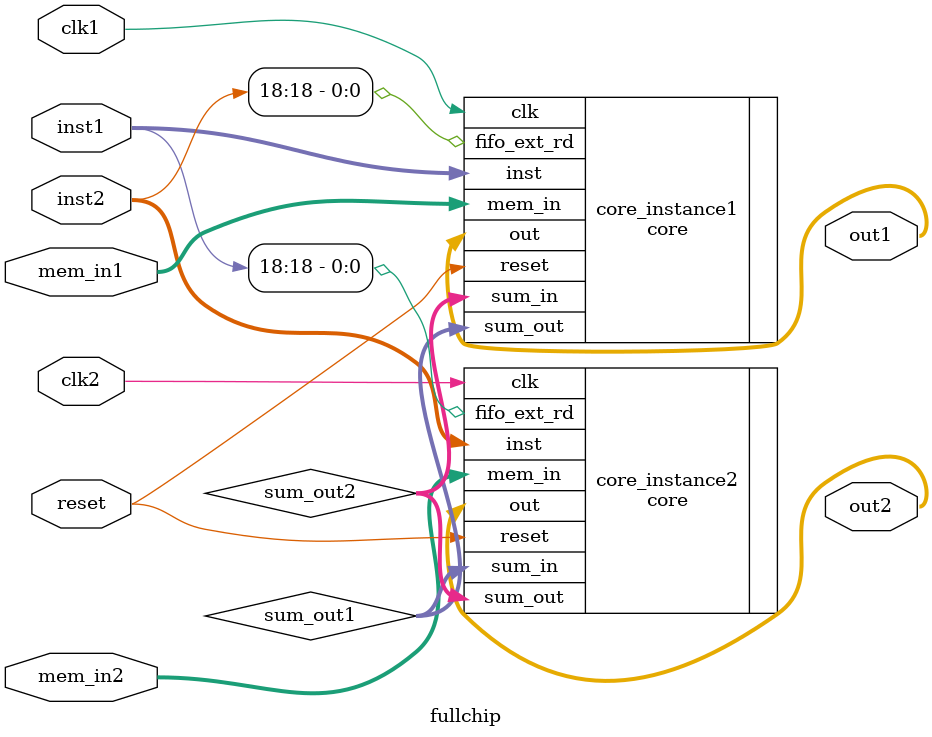
<source format=v>
module fullchip (clk1, clk2, mem_in1, out1, inst1, mem_in2, out2, inst2, reset);

parameter col = 8;
parameter bw = 8;
parameter bw_psum = 2*bw+4;
parameter pr = 16;

input  clk1, clk2; 
input  [pr*bw-1:0] mem_in1, mem_in2; 
input  [18:0] inst1, inst2; 
input  reset;
output [bw_psum*col-1:0] out1, out2;

wire [bw_psum+3:0] sum_out1, sum_out2;

core #(.bw(bw), .bw_psum(bw_psum), .col(col), .pr(pr)) core_instance1 (
      .reset(reset), 
      .clk(clk1), 
      .mem_in(mem_in1), 
      .inst(inst1),
      .sum_out(sum_out1),
      .sum_in(sum_out2), 
      .fifo_ext_rd(inst2[18]),
      .out(out1)
);

core #(.bw(bw), .bw_psum(bw_psum), .col(col), .pr(pr)) core_instance2 (
      .reset(reset), 
      .clk(clk2), 
      .mem_in(mem_in2), 
      .inst(inst2),
      .sum_out(sum_out2),
      .sum_in(sum_out1), 
      .fifo_ext_rd(inst1[18]),
      .out(out2)
);

endmodule

</source>
